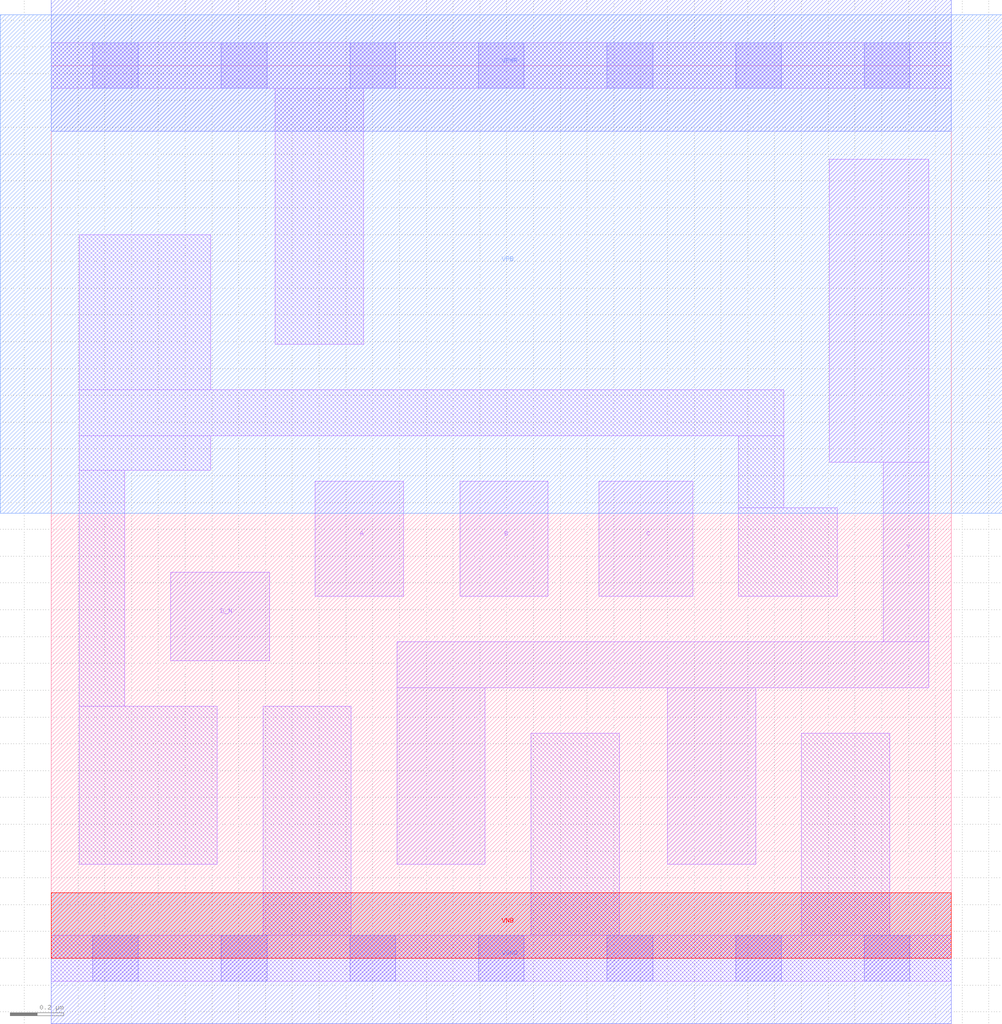
<source format=lef>
# Copyright 2020 The SkyWater PDK Authors
#
# Licensed under the Apache License, Version 2.0 (the "License");
# you may not use this file except in compliance with the License.
# You may obtain a copy of the License at
#
#     https://www.apache.org/licenses/LICENSE-2.0
#
# Unless required by applicable law or agreed to in writing, software
# distributed under the License is distributed on an "AS IS" BASIS,
# WITHOUT WARRANTIES OR CONDITIONS OF ANY KIND, either express or implied.
# See the License for the specific language governing permissions and
# limitations under the License.
#
# SPDX-License-Identifier: Apache-2.0

VERSION 5.7 ;
  NOWIREEXTENSIONATPIN ON ;
  DIVIDERCHAR "/" ;
  BUSBITCHARS "[]" ;
MACRO sky130_fd_sc_ms__nor4b_1
  CLASS CORE ;
  FOREIGN sky130_fd_sc_ms__nor4b_1 ;
  ORIGIN  0.000000  0.000000 ;
  SIZE  3.360000 BY  3.330000 ;
  SYMMETRY X Y ;
  SITE unit ;
  PIN A
    ANTENNAGATEAREA  0.312600 ;
    DIRECTION INPUT ;
    USE SIGNAL ;
    PORT
      LAYER li1 ;
        RECT 0.985000 1.350000 1.315000 1.780000 ;
    END
  END A
  PIN B
    ANTENNAGATEAREA  0.312600 ;
    DIRECTION INPUT ;
    USE SIGNAL ;
    PORT
      LAYER li1 ;
        RECT 1.525000 1.350000 1.855000 1.780000 ;
    END
  END B
  PIN C
    ANTENNAGATEAREA  0.312600 ;
    DIRECTION INPUT ;
    USE SIGNAL ;
    PORT
      LAYER li1 ;
        RECT 2.045000 1.350000 2.395000 1.780000 ;
    END
  END C
  PIN D_N
    ANTENNAGATEAREA  0.233700 ;
    DIRECTION INPUT ;
    USE SIGNAL ;
    PORT
      LAYER li1 ;
        RECT 0.445000 1.110000 0.815000 1.440000 ;
    END
  END D_N
  PIN Y
    ANTENNADIFFAREA  0.862400 ;
    DIRECTION OUTPUT ;
    USE SIGNAL ;
    PORT
      LAYER li1 ;
        RECT 1.290000 0.350000 1.620000 1.010000 ;
        RECT 1.290000 1.010000 3.275000 1.180000 ;
        RECT 2.300000 0.350000 2.630000 1.010000 ;
        RECT 2.905000 1.850000 3.275000 2.980000 ;
        RECT 3.105000 1.180000 3.275000 1.850000 ;
    END
  END Y
  PIN VGND
    DIRECTION INOUT ;
    USE GROUND ;
    PORT
      LAYER met1 ;
        RECT 0.000000 -0.245000 3.360000 0.245000 ;
    END
  END VGND
  PIN VNB
    DIRECTION INOUT ;
    USE GROUND ;
    PORT
      LAYER pwell ;
        RECT 0.000000 0.000000 3.360000 0.245000 ;
    END
  END VNB
  PIN VPB
    DIRECTION INOUT ;
    USE POWER ;
    PORT
      LAYER nwell ;
        RECT -0.190000 1.660000 3.550000 3.520000 ;
    END
  END VPB
  PIN VPWR
    DIRECTION INOUT ;
    USE POWER ;
    PORT
      LAYER met1 ;
        RECT 0.000000 3.085000 3.360000 3.575000 ;
    END
  END VPWR
  OBS
    LAYER li1 ;
      RECT 0.000000 -0.085000 3.360000 0.085000 ;
      RECT 0.000000  3.245000 3.360000 3.415000 ;
      RECT 0.105000  0.350000 0.620000 0.940000 ;
      RECT 0.105000  0.940000 0.275000 1.820000 ;
      RECT 0.105000  1.820000 0.595000 1.950000 ;
      RECT 0.105000  1.950000 2.735000 2.120000 ;
      RECT 0.105000  2.120000 0.595000 2.700000 ;
      RECT 0.790000  0.085000 1.120000 0.940000 ;
      RECT 0.835000  2.290000 1.165000 3.245000 ;
      RECT 1.790000  0.085000 2.120000 0.840000 ;
      RECT 2.565000  1.350000 2.935000 1.680000 ;
      RECT 2.565000  1.680000 2.735000 1.950000 ;
      RECT 2.800000  0.085000 3.130000 0.840000 ;
    LAYER mcon ;
      RECT 0.155000 -0.085000 0.325000 0.085000 ;
      RECT 0.155000  3.245000 0.325000 3.415000 ;
      RECT 0.635000 -0.085000 0.805000 0.085000 ;
      RECT 0.635000  3.245000 0.805000 3.415000 ;
      RECT 1.115000 -0.085000 1.285000 0.085000 ;
      RECT 1.115000  3.245000 1.285000 3.415000 ;
      RECT 1.595000 -0.085000 1.765000 0.085000 ;
      RECT 1.595000  3.245000 1.765000 3.415000 ;
      RECT 2.075000 -0.085000 2.245000 0.085000 ;
      RECT 2.075000  3.245000 2.245000 3.415000 ;
      RECT 2.555000 -0.085000 2.725000 0.085000 ;
      RECT 2.555000  3.245000 2.725000 3.415000 ;
      RECT 3.035000 -0.085000 3.205000 0.085000 ;
      RECT 3.035000  3.245000 3.205000 3.415000 ;
  END
END sky130_fd_sc_ms__nor4b_1
END LIBRARY

</source>
